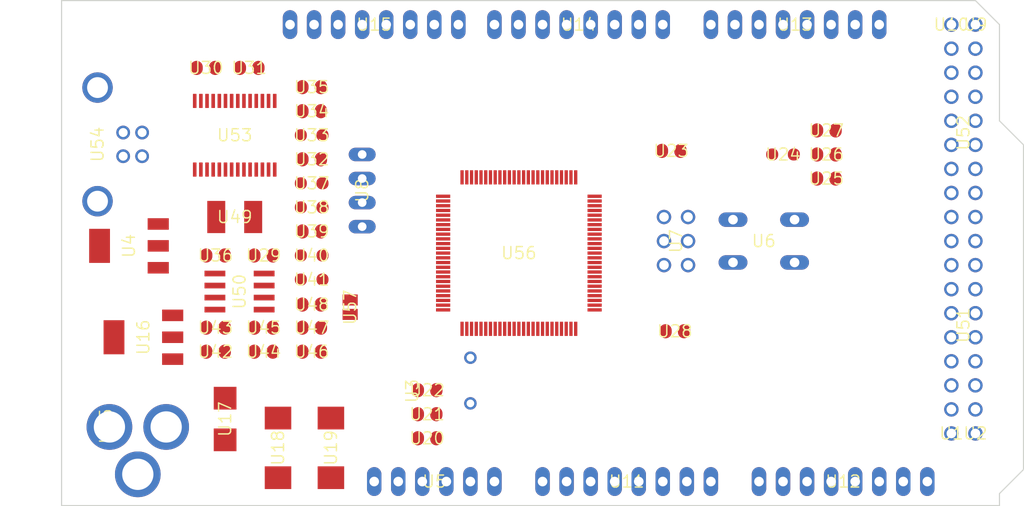
<source format=kicad_pcb>
(kicad_pcb (version 20221018) (generator pcbnew)
  (layers (0 "F.Cu" signal "Top") (31 "B.Cu" signal "Bottom") (34 "B.Paste" user) (35 "F.Paste" user) (36 "B.SilkS" user "B.Silkscreen") (37 "F.SilkS" user "F.Silkscreen") (38 "B.Mask" user) (39 "F.Mask" user) (44 "Edge.Cuts" user))
  (net 0 "")
  (net 1 "+5V")
  (net 2 "GND")
  (net 3 "N$6")
  (net 4 "N$7")
  (net 5 "AREF")
  (net 6 "RESET")
  (net 7 "VIN")
  (net 8 "N$3")
  (net 9 "PWRIN")
  (net 10 "M8RXD")
  (net 11 "M8TXD")
  (net 12 "ADC0")
  (net 13 "ADC2")
  (net 14 "ADC1")
  (net 15 "ADC3")
  (net 16 "ADC4")
  (net 17 "ADC5")
  (net 18 "ADC6")
  (net 19 "ADC7")
  (net 20 "+3V3")
  (net 21 "SDA")
  (net 22 "SCL")
  (net 23 "ADC9")
  (net 24 "ADC8")
  (net 25 "ADC10")
  (net 26 "ADC11")
  (net 27 "ADC12")
  (net 28 "ADC13")
  (net 29 "ADC14")
  (net 30 "ADC15")
  (net 31 "PB3")
  (net 32 "PB2")
  (net 33 "PB1")
  (net 34 "PB5")
  (net 35 "PB4")
  (net 36 "PE5")
  (net 37 "PE4")
  (net 38 "PE3")
  (net 39 "PE1")
  (net 40 "PE0")
  (net 41 "N$15")
  (net 42 "N$53")
  (net 43 "N$54")
  (net 44 "N$55")
  (net 45 "D-")
  (net 46 "D+")
  (net 47 "N$60")
  (net 48 "DTR")
  (net 49 "USBVCC")
  (net 50 "N$2")
  (net 51 "N$4")
  (net 52 "GATE_CMD")
  (net 53 "CMP")
  (net 54 "PB6")
  (net 55 "PH3")
  (net 56 "PH4")
  (net 57 "PH5")
  (net 58 "PH6")
  (net 59 "PG5")
  (net 60 "RXD1")
  (net 61 "TXD1")
  (net 62 "RXD2")
  (net 63 "RXD3")
  (net 64 "TXD2")
  (net 65 "TXD3")
  (net 66 "PC0")
  (net 67 "PC1")
  (net 68 "PC2")
  (net 69 "PC3")
  (net 70 "PC4")
  (net 71 "PC5")
  (net 72 "PC6")
  (net 73 "PC7")
  (net 74 "PB0")
  (net 75 "PG0")
  (net 76 "PG1")
  (net 77 "PG2")
  (net 78 "PD7")
  (net 79 "PA0")
  (net 80 "PA1")
  (net 81 "PA2")
  (net 82 "PA3")
  (net 83 "PA4")
  (net 84 "PA5")
  (net 85 "PA6")
  (net 86 "PA7")
  (net 87 "PL0")
  (net 88 "PL1")
  (net 89 "PL2")
  (net 90 "PL3")
  (net 91 "PL4")
  (net 92 "PL5")
  (net 93 "PL6")
  (net 94 "PL7")
  (net 95 "PB7")
  (net 96 "CTS")
  (net 97 "DSR")
  (net 98 "DCD")
  (net 99 "RI")
  (footprint "Arduino_MEGA_Reference_Design:2X03" (layer "F.Cu") (at 162.5981 103.7336 -90)
    (fp_text reference "U7")
    (fp_text value "")
  )
  (footprint "Arduino_MEGA_Reference_Design:1X08" (layer "F.Cu") (at 152.3111 80.8736 180)
    (fp_text reference "U14")
    (fp_text value "")
  )
  (footprint "Arduino_MEGA_Reference_Design:1X08" (layer "F.Cu") (at 130.7211 80.8736 180)
    (fp_text reference "U15")
    (fp_text value "")
  )
  (footprint "Arduino_MEGA_Reference_Design:SMC_D" (layer "F.Cu") (at 120.5611 125.5776 -90)
    (fp_text reference "U18")
    (fp_text value "")
  )
  (footprint "Arduino_MEGA_Reference_Design:SMC_D" (layer "F.Cu") (at 126.1491 125.5776 -90)
    (fp_text reference "U19")
    (fp_text value "")
  )
  (footprint "Arduino_MEGA_Reference_Design:B3F-10XX" (layer "F.Cu") (at 171.8691 103.7336 180)
    (fp_text reference "U6")
    (fp_text value "")
  )
  (footprint "Arduino_MEGA_Reference_Design:0805RND" (layer "F.Cu") (at 173.9011 94.5896 180)
    (fp_text reference "U24")
    (fp_text value "")
  )
  (footprint "Arduino_MEGA_Reference_Design:SMB" (layer "F.Cu") (at 114.9731 122.5296 -90)
    (fp_text reference "U17")
    (fp_text value "")
  )
  (footprint "Arduino_MEGA_Reference_Design:DC-21MM" (layer "F.Cu") (at 103.0351 123.2916 90)
    (fp_text reference "U55")
    (fp_text value "")
  )
  (footprint "Arduino_MEGA_Reference_Design:HC49_S" (layer "F.Cu") (at 140.8811 118.4656 90)
    (fp_text reference "U3")
    (fp_text value "")
  )
  (footprint "Arduino_MEGA_Reference_Design:SOT223" (layer "F.Cu") (at 106.3371 113.8936 90)
    (fp_text reference "U16")
    (fp_text value "")
  )
  (footprint "Arduino_MEGA_Reference_Design:1X06" (layer "F.Cu") (at 137.0711 129.1336)
    (fp_text reference "U5")
    (fp_text value "")
  )
  (footprint "Arduino_MEGA_Reference_Design:C0805RND" (layer "F.Cu") (at 124.1171 87.4776)
    (fp_text reference "U35")
    (fp_text value "")
  )
  (footprint "Arduino_MEGA_Reference_Design:C0805RND" (layer "F.Cu") (at 162.4711 113.2586)
    (fp_text reference "U28")
    (fp_text value "")
  )
  (footprint "Arduino_MEGA_Reference_Design:C0805RND" (layer "F.Cu") (at 136.3091 122.0216)
    (fp_text reference "U21")
    (fp_text value "")
  )
  (footprint "Arduino_MEGA_Reference_Design:C0805RND" (layer "F.Cu") (at 136.3091 119.4816)
    (fp_text reference "U22")
    (fp_text value "")
  )
  (footprint "Arduino_MEGA_Reference_Design:C0805RND" (layer "F.Cu") (at 113.9571 112.8776)
    (fp_text reference "U43")
    (fp_text value "")
  )
  (footprint "Arduino_MEGA_Reference_Design:RCL_0805RND" (layer "F.Cu") (at 124.1171 105.2576)
    (fp_text reference "U40")
    (fp_text value "")
  )
  (footprint "Arduino_MEGA_Reference_Design:RCL_0805RND" (layer "F.Cu") (at 124.1171 107.7976)
    (fp_text reference "U41")
    (fp_text value "")
  )
  (footprint "Arduino_MEGA_Reference_Design:1X08" (layer "F.Cu") (at 157.3911 129.1336)
    (fp_text reference "U11")
    (fp_text value "")
  )
  (footprint "Arduino_MEGA_Reference_Design:1X08" (layer "F.Cu") (at 175.1711 80.8736 180)
    (fp_text reference "U13")
    (fp_text value "")
  )
  (footprint "Arduino_MEGA_Reference_Design:R0805RND" (layer "F.Cu") (at 178.4731 94.5896 180)
    (fp_text reference "U26")
    (fp_text value "")
  )
  (footprint "Arduino_MEGA_Reference_Design:R0805RND" (layer "F.Cu") (at 178.4731 92.0496 180)
    (fp_text reference "U27")
    (fp_text value "")
  )
  (footprint "Arduino_MEGA_Reference_Design:TQFP100" (layer "F.Cu") (at 146.00119018554688 105.00357055664062 0)
    (fp_text reference "U56")
    (fp_text value "")
  )
  (footprint "Arduino_MEGA_Reference_Design:C0805RND" (layer "F.Cu") (at 162.0901 94.2086 180)
    (fp_text reference "U23")
    (fp_text value "")
  )
  (footprint "Arduino_MEGA_Reference_Design:C0805RND" (layer "F.Cu") (at 136.3091 124.5616)
    (fp_text reference "U20")
    (fp_text value "")
  )
  (footprint "Arduino_MEGA_Reference_Design:1X08" (layer "F.Cu") (at 180.2511 129.1336)
    (fp_text reference "U12")
    (fp_text value "")
  )
  (footprint "Arduino_MEGA_Reference_Design:R0805RND" (layer "F.Cu") (at 124.1171 112.8776)
    (fp_text reference "U47")
    (fp_text value "")
  )
  (footprint "Arduino_MEGA_Reference_Design:C0805RND" (layer "F.Cu") (at 124.1171 115.4176)
    (fp_text reference "U46")
    (fp_text value "")
  )
  (footprint "Arduino_MEGA_Reference_Design:C0805RND" (layer "F.Cu") (at 113.9571 105.2576)
    (fp_text reference "U36")
    (fp_text value "")
  )
  (footprint "Arduino_MEGA_Reference_Design:C0805RND" (layer "F.Cu") (at 112.9411 85.4456)
    (fp_text reference "U30")
    (fp_text value "")
  )
  (footprint "Arduino_MEGA_Reference_Design:0805RND" (layer "F.Cu") (at 124.1171 100.1776 180)
    (fp_text reference "U38")
    (fp_text value "")
  )
  (footprint "Arduino_MEGA_Reference_Design:0805RND" (layer "F.Cu") (at 124.1171 97.6376 180)
    (fp_text reference "U37")
    (fp_text value "")
  )
  (footprint "Arduino_MEGA_Reference_Design:R0805RND" (layer "F.Cu") (at 124.1171 95.0976)
    (fp_text reference "U32")
    (fp_text value "")
  )
  (footprint "Arduino_MEGA_Reference_Design:R0805RND" (layer "F.Cu") (at 124.1171 102.7176)
    (fp_text reference "U39")
    (fp_text value "")
  )
  (footprint "Arduino_MEGA_Reference_Design:SSOP28" (layer "F.Cu") (at 115.9891 92.5576)
    (fp_text reference "U53")
    (fp_text value "")
  )
  (footprint "Arduino_MEGA_Reference_Design:PN61729" (layer "F.Cu") (at 98.9584 93.5228 -90)
    (fp_text reference "U54")
    (fp_text value "")
  )
  (footprint "Arduino_MEGA_Reference_Design:L1812" (layer "F.Cu") (at 115.9891 101.1936)
    (fp_text reference "U49")
    (fp_text value "")
  )
  (footprint "Arduino_MEGA_Reference_Design:C0805RND" (layer "F.Cu") (at 117.5131 85.4456)
    (fp_text reference "U31")
    (fp_text value "")
  )
  (footprint "Arduino_MEGA_Reference_Design:0805RND" (layer "F.Cu") (at 124.1171 92.5576 180)
    (fp_text reference "U33")
    (fp_text value "")
  )
  (footprint "Arduino_MEGA_Reference_Design:R0805RND" (layer "F.Cu") (at 124.1171 90.0176 180)
    (fp_text reference "U34")
    (fp_text value "")
  )
  (footprint "Arduino_MEGA_Reference_Design:C0805RND" (layer "F.Cu") (at 124.1171 110.4392 180)
    (fp_text reference "U48")
    (fp_text value "")
  )
  (footprint "Arduino_MEGA_Reference_Design:SOT223" (layer "F.Cu") (at 104.8131 104.2416 90)
    (fp_text reference "U4")
    (fp_text value "")
  )
  (footprint "Arduino_MEGA_Reference_Design:SO08" (layer "F.Cu") (at 116.4971 109.0676 -90)
    (fp_text reference "U50")
    (fp_text value "")
  )
  (footprint "Arduino_MEGA_Reference_Design:R0805RND" (layer "F.Cu") (at 113.9571 115.4176 180)
    (fp_text reference "U42")
    (fp_text value "")
  )
  (footprint "Arduino_MEGA_Reference_Design:R0805RND" (layer "F.Cu") (at 119.0371 112.8776 180)
    (fp_text reference "U45")
    (fp_text value "")
  )
  (footprint "Arduino_MEGA_Reference_Design:C0805RND" (layer "F.Cu") (at 119.0371 115.4176 180)
    (fp_text reference "U44")
    (fp_text value "")
  )
  (footprint "Arduino_MEGA_Reference_Design:C0805RND" (layer "F.Cu") (at 119.0371 105.2576)
    (fp_text reference "U29")
    (fp_text value "")
  )
  (footprint "Arduino_MEGA_Reference_Design:2X08" (layer "F.Cu") (at 192.9511 92.3036 90)
    (fp_text reference "U52")
    (fp_text value "")
  )
  (footprint "Arduino_MEGA_Reference_Design:2X08" (layer "F.Cu") (at 192.9511 112.6236 90)
    (fp_text reference "U51")
    (fp_text value "")
  )
  (footprint "Arduino_MEGA_Reference_Design:R0805RND" (layer "F.Cu") (at 178.4731 97.1296 180)
    (fp_text reference "U25")
    (fp_text value "")
  )
  (footprint "Arduino_MEGA_Reference_Design:1X01" (layer "F.Cu") (at 191.6811 80.8736)
    (fp_text reference "U10")
    (fp_text value "")
  )
  (footprint "Arduino_MEGA_Reference_Design:1X01" (layer "F.Cu") (at 194.2211 80.8736)
    (fp_text reference "U9")
    (fp_text value "")
  )
  (footprint "Arduino_MEGA_Reference_Design:1X01" (layer "F.Cu") (at 191.6811 124.0536)
    (fp_text reference "U1")
    (fp_text value "")
  )
  (footprint "Arduino_MEGA_Reference_Design:1X01" (layer "F.Cu") (at 194.2211 124.0536)
    (fp_text reference "U2")
    (fp_text value "")
  )
  (footprint "Arduino_MEGA_Reference_Design:SJ" (layer "F.Cu") (at 128.1811 110.7186 -90)
    (fp_text reference "U57")
    (fp_text value "")
  )
  (footprint "Arduino_MEGA_Reference_Design:JP4" (layer "F.Cu") (at 129.4511 98.3996 -90)
    (fp_text reference "U8")
    (fp_text value "")
  )
  (gr_line (start 196.7611 80.8736) (end 196.7611 91.0336) (layer "Edge.Cuts") (width 0.12))
  (gr_line (start 196.7611 130.4036) (end 196.7611 131.6736) (layer "Edge.Cuts") (width 0.12))
  (gr_line (start 194.2211 78.3336) (end 196.7611 80.8736) (layer "Edge.Cuts") (width 0.12))
  (gr_line (start 97.7011 78.3336) (end 194.2211 78.3336) (layer "Edge.Cuts") (width 0.12))
  (gr_line (start 196.7611 91.0336) (end 199.3011 93.5736) (layer "Edge.Cuts") (width 0.12))
  (gr_line (start 97.7011 131.6736) (end 97.7011 78.3336) (layer "Edge.Cuts") (width 0.12))
  (gr_line (start 196.7611 131.6736) (end 97.7011 131.6736) (layer "Edge.Cuts") (width 0.12))
  (gr_line (start 199.3011 93.5736) (end 199.3011 127.8636) (layer "Edge.Cuts") (width 0.12))
  (gr_line (start 199.3011 127.8636) (end 196.7611 130.4036) (layer "Edge.Cuts") (width 0.12))
)
</source>
